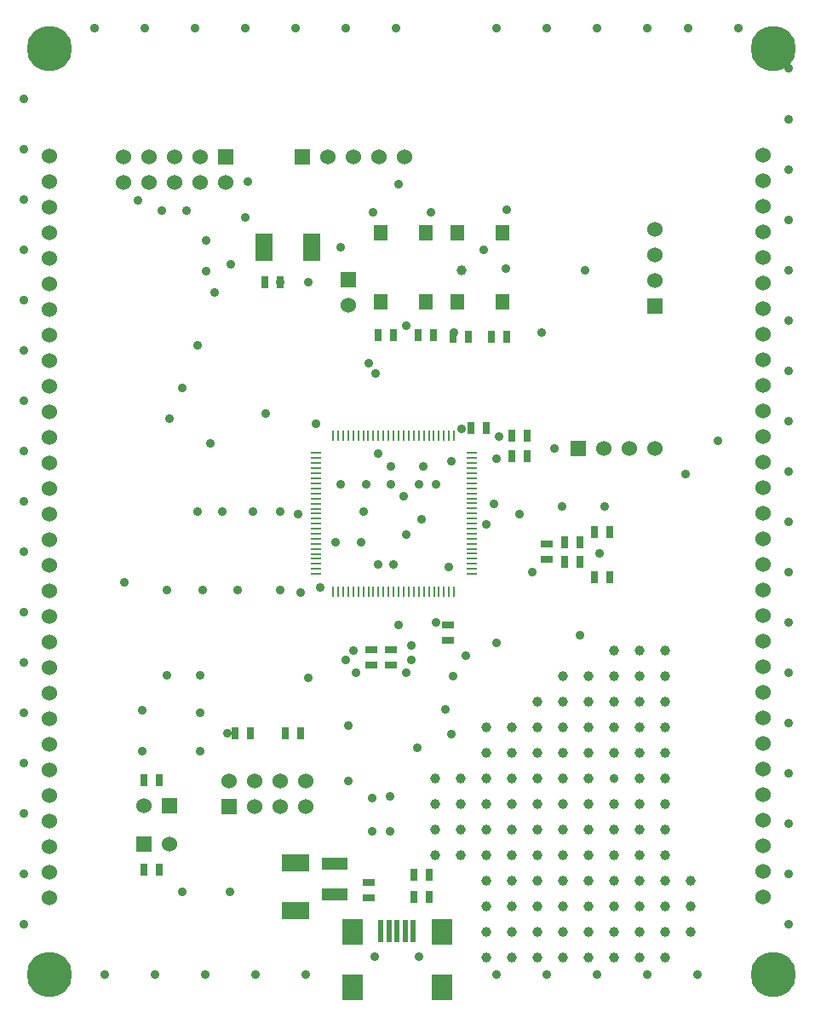
<source format=gts>
G04 (created by PCBNEW (2013-07-07 BZR 4022)-stable) date 2015/08/01 18:05:42*
%MOIN*%
G04 Gerber Fmt 3.4, Leading zero omitted, Abs format*
%FSLAX34Y34*%
G01*
G70*
G90*
G04 APERTURE LIST*
%ADD10C,0.00590551*%
%ADD11R,0.0197X0.0906*%
%ADD12R,0.0787X0.0984*%
%ADD13C,0.0354*%
%ADD14R,0.0551181X0.0590551*%
%ADD15R,0.0709X0.1063*%
%ADD16R,0.1063X0.0709*%
%ADD17R,0.1X0.05*%
%ADD18R,0.025X0.045*%
%ADD19R,0.045X0.025*%
%ADD20R,0.06X0.06*%
%ADD21C,0.06*%
%ADD22C,0.177165*%
%ADD23R,0.01X0.04*%
%ADD24R,0.04X0.01*%
%ADD25C,0.0393701*%
%ADD26C,0.035*%
G04 APERTURE END LIST*
G54D10*
G54D11*
X32873Y-43937D03*
X33188Y-43937D03*
X33503Y-43937D03*
X33818Y-43937D03*
X34133Y-43937D03*
G54D12*
X31751Y-43976D03*
X31751Y-46141D03*
X35255Y-43976D03*
X35255Y-46141D03*
G54D13*
X32637Y-44960D03*
X34369Y-44960D03*
G54D14*
X32874Y-16663D03*
X32874Y-19360D03*
X34645Y-19360D03*
X34645Y-16663D03*
X35866Y-16663D03*
X35866Y-19360D03*
X37637Y-19360D03*
X37637Y-16663D03*
G54D15*
X30177Y-17224D03*
X28287Y-17224D03*
G54D16*
X29527Y-41279D03*
X29527Y-43169D03*
G54D17*
X31062Y-41309D03*
X31062Y-42509D03*
G54D18*
X34345Y-20669D03*
X34945Y-20669D03*
X32770Y-20669D03*
X33370Y-20669D03*
X37180Y-20708D03*
X37780Y-20708D03*
X35684Y-20708D03*
X36284Y-20708D03*
X40054Y-28740D03*
X40654Y-28740D03*
X40054Y-29527D03*
X40654Y-29527D03*
G54D19*
X39370Y-29433D03*
X39370Y-28833D03*
G54D18*
X34748Y-41751D03*
X34148Y-41751D03*
X27160Y-36220D03*
X27760Y-36220D03*
X34748Y-42618D03*
X34148Y-42618D03*
G54D19*
X32401Y-42642D03*
X32401Y-42042D03*
G54D18*
X29129Y-36220D03*
X29729Y-36220D03*
X24200Y-41540D03*
X23600Y-41540D03*
G54D19*
X33267Y-32967D03*
X33267Y-33567D03*
X32480Y-32967D03*
X32480Y-33567D03*
G54D18*
X23600Y-38040D03*
X24200Y-38040D03*
X28341Y-18602D03*
X28941Y-18602D03*
G54D20*
X26803Y-13673D03*
G54D21*
X26803Y-14673D03*
X25803Y-13673D03*
X25803Y-14673D03*
X24803Y-13673D03*
X24803Y-14673D03*
X23803Y-13673D03*
X23803Y-14673D03*
X22803Y-13673D03*
X22803Y-14673D03*
G54D20*
X29791Y-13681D03*
G54D21*
X30791Y-13681D03*
X31791Y-13681D03*
X32791Y-13681D03*
X33791Y-13681D03*
G54D20*
X26944Y-39082D03*
G54D21*
X26944Y-38082D03*
X27944Y-39082D03*
X27944Y-38082D03*
X28944Y-39082D03*
X28944Y-38082D03*
X29944Y-39082D03*
X29944Y-38082D03*
G54D20*
X40600Y-25100D03*
G54D21*
X41600Y-25100D03*
X42600Y-25100D03*
X43600Y-25100D03*
G54D20*
X43602Y-19511D03*
G54D21*
X43602Y-18511D03*
X43602Y-17511D03*
X43602Y-16511D03*
X19881Y-13665D03*
X19881Y-14665D03*
X19881Y-23665D03*
X19881Y-16665D03*
X19881Y-25665D03*
X19881Y-18665D03*
X19881Y-27665D03*
X19881Y-20665D03*
X19881Y-29665D03*
X19881Y-22665D03*
X19881Y-31665D03*
X19881Y-24665D03*
X19881Y-33665D03*
X19881Y-26665D03*
X19881Y-35665D03*
X19881Y-28665D03*
X19881Y-37665D03*
X19881Y-30665D03*
X19881Y-39665D03*
X19881Y-32665D03*
X19881Y-34665D03*
X19881Y-36665D03*
X19881Y-38665D03*
X19881Y-40665D03*
X19881Y-15665D03*
X19881Y-17665D03*
X19881Y-19665D03*
X19881Y-21665D03*
X19881Y-41665D03*
X19881Y-42665D03*
X47834Y-42633D03*
X47834Y-41633D03*
X47834Y-32633D03*
X47834Y-39633D03*
X47834Y-30633D03*
X47834Y-37633D03*
X47834Y-28633D03*
X47834Y-35633D03*
X47834Y-26633D03*
X47834Y-33633D03*
X47834Y-24633D03*
X47834Y-31633D03*
X47834Y-22633D03*
X47834Y-29633D03*
X47834Y-20633D03*
X47834Y-27633D03*
X47834Y-18633D03*
X47834Y-25633D03*
X47834Y-16633D03*
X47834Y-23633D03*
X47834Y-21633D03*
X47834Y-19633D03*
X47834Y-17633D03*
X47834Y-15633D03*
X47834Y-40633D03*
X47834Y-38633D03*
X47834Y-36633D03*
X47834Y-34633D03*
X47834Y-14633D03*
X47834Y-13633D03*
G54D20*
X24600Y-39040D03*
G54D21*
X23600Y-39040D03*
G54D20*
X23600Y-40540D03*
G54D21*
X24600Y-40540D03*
G54D22*
X19881Y-9448D03*
X19881Y-45669D03*
X48228Y-9448D03*
X48228Y-45669D03*
G54D23*
X31008Y-24580D03*
X35728Y-24580D03*
X35528Y-24580D03*
X35338Y-24580D03*
X35138Y-24580D03*
X34938Y-24580D03*
X34748Y-24580D03*
X34548Y-24580D03*
X34348Y-24580D03*
X34158Y-24580D03*
X33958Y-24580D03*
X33758Y-24580D03*
X33558Y-24580D03*
X33368Y-24580D03*
X33168Y-24580D03*
X32968Y-24580D03*
X32778Y-24580D03*
X32578Y-24580D03*
X32378Y-24580D03*
X32188Y-24580D03*
X31988Y-24580D03*
X31788Y-24580D03*
X31598Y-24580D03*
X31398Y-24580D03*
X31198Y-24580D03*
G54D24*
X36418Y-25270D03*
X36418Y-29990D03*
X36418Y-29790D03*
X36418Y-29600D03*
X36418Y-29400D03*
X36418Y-29200D03*
X36418Y-29010D03*
X36418Y-28810D03*
X36418Y-28610D03*
X36418Y-28420D03*
X36418Y-28220D03*
X36418Y-28020D03*
X36418Y-27820D03*
X36418Y-27630D03*
X36418Y-27430D03*
X36418Y-27230D03*
X36418Y-27040D03*
X36418Y-26840D03*
X36418Y-26640D03*
X36418Y-26450D03*
X36418Y-26250D03*
X36418Y-26050D03*
X36418Y-25860D03*
X36418Y-25660D03*
X36418Y-25460D03*
X30318Y-25270D03*
X30318Y-25470D03*
X30318Y-25660D03*
X30318Y-25860D03*
X30318Y-26060D03*
X30318Y-26250D03*
X30318Y-26450D03*
X30318Y-26650D03*
X30318Y-26840D03*
X30318Y-27040D03*
X30318Y-27240D03*
X30318Y-27440D03*
X30318Y-27630D03*
X30318Y-27830D03*
X30318Y-28030D03*
X30318Y-28220D03*
X30318Y-28420D03*
X30318Y-28620D03*
X30318Y-28810D03*
X30318Y-29010D03*
X30318Y-29210D03*
X30318Y-29400D03*
X30318Y-29600D03*
X30318Y-29800D03*
X30318Y-29990D03*
G54D23*
X31008Y-30680D03*
X31208Y-30680D03*
X31398Y-30680D03*
X31598Y-30680D03*
X31798Y-30680D03*
X31988Y-30680D03*
X32188Y-30680D03*
X32388Y-30680D03*
X32578Y-30680D03*
X32778Y-30680D03*
X32978Y-30680D03*
X33178Y-30680D03*
X33368Y-30680D03*
X33568Y-30680D03*
X33768Y-30680D03*
X33958Y-30680D03*
X34158Y-30680D03*
X34358Y-30680D03*
X34548Y-30680D03*
X34748Y-30680D03*
X34948Y-30680D03*
X35138Y-30680D03*
X35338Y-30680D03*
X35538Y-30680D03*
X35728Y-30680D03*
G54D19*
X35500Y-32000D03*
X35500Y-32600D03*
G54D18*
X38000Y-25400D03*
X38600Y-25400D03*
X38000Y-24600D03*
X38600Y-24600D03*
X36400Y-24300D03*
X37000Y-24300D03*
G54D20*
X31594Y-18496D03*
G54D21*
X31594Y-19496D03*
G54D18*
X41835Y-30118D03*
X41235Y-30118D03*
X41835Y-28346D03*
X41235Y-28346D03*
G54D25*
X43000Y-33000D03*
X43000Y-35000D03*
X43000Y-34000D03*
X42000Y-33000D03*
X42000Y-34000D03*
X42000Y-35000D03*
X42000Y-36000D03*
X42000Y-37000D03*
G54D26*
X42000Y-38000D03*
G54D25*
X42000Y-39000D03*
X42000Y-40000D03*
X42000Y-41000D03*
X42000Y-42000D03*
X42000Y-43000D03*
X42000Y-44000D03*
X43000Y-44000D03*
X44000Y-44000D03*
X44000Y-43000D03*
X44000Y-42000D03*
X44000Y-41000D03*
X44000Y-40000D03*
X44000Y-39000D03*
X44000Y-38000D03*
X44000Y-37000D03*
X44000Y-36000D03*
X44000Y-35000D03*
X44000Y-34000D03*
X44000Y-33000D03*
X43000Y-42000D03*
X43000Y-43000D03*
X43000Y-41000D03*
X43000Y-40000D03*
X43000Y-39000D03*
X43000Y-38000D03*
X43000Y-37000D03*
X43000Y-36000D03*
X41000Y-36000D03*
X40000Y-36000D03*
X38000Y-37000D03*
X39000Y-37000D03*
X40000Y-37000D03*
X41000Y-37000D03*
X41000Y-38000D03*
X40000Y-38000D03*
X39000Y-38000D03*
X38000Y-38000D03*
X38000Y-39000D03*
X39000Y-39000D03*
X40000Y-39000D03*
X41000Y-39000D03*
X41000Y-40000D03*
X40000Y-40000D03*
X39000Y-40000D03*
X38000Y-40000D03*
X38000Y-41000D03*
X39000Y-41000D03*
X40000Y-41000D03*
X41000Y-41000D03*
X41000Y-42000D03*
X40000Y-42000D03*
X39000Y-42000D03*
X38000Y-42000D03*
X39000Y-43000D03*
X40000Y-43000D03*
X41000Y-43000D03*
X41000Y-44000D03*
X40000Y-44000D03*
X39000Y-44000D03*
X38000Y-43000D03*
X38000Y-44000D03*
X37000Y-44000D03*
X37000Y-43000D03*
X37000Y-42000D03*
X37000Y-41000D03*
X37000Y-40000D03*
X37000Y-39000D03*
X37000Y-38000D03*
X37000Y-37000D03*
X37000Y-36000D03*
X38000Y-36000D03*
X39000Y-36000D03*
X39000Y-35000D03*
X40000Y-35000D03*
X40000Y-34000D03*
X41000Y-35000D03*
X41000Y-34000D03*
X45000Y-42000D03*
X45000Y-43000D03*
X45000Y-44000D03*
G54D26*
X31299Y-17224D03*
X37401Y-25492D03*
X37500Y-24606D03*
X36023Y-24311D03*
X33562Y-14763D03*
X26377Y-18996D03*
X32578Y-15846D03*
X25688Y-21062D03*
X25098Y-22736D03*
X24606Y-23917D03*
X34055Y-32775D03*
X31791Y-32972D03*
X31496Y-33366D03*
X34055Y-33366D03*
X32677Y-22145D03*
X32381Y-21751D03*
X35728Y-20570D03*
X33858Y-20275D03*
X35866Y-16663D03*
G54D25*
X36023Y-18110D03*
G54D26*
X37755Y-18070D03*
X36909Y-17322D03*
X33858Y-33858D03*
X31889Y-33858D03*
X35039Y-31889D03*
X33228Y-38700D03*
X33228Y-40039D03*
X32519Y-40039D03*
X32519Y-38740D03*
X40649Y-32381D03*
X25098Y-42421D03*
X26968Y-42421D03*
X37007Y-28051D03*
X34448Y-27854D03*
X33759Y-26968D03*
X35400Y-35300D03*
X35700Y-34000D03*
X36200Y-33200D03*
X37400Y-32700D03*
X37303Y-27263D03*
G54D25*
X35000Y-37992D03*
X36000Y-38000D03*
X36000Y-39000D03*
X36000Y-40000D03*
X36000Y-41000D03*
X35000Y-41000D03*
X35000Y-40000D03*
X35000Y-39000D03*
G54D26*
X30314Y-24114D03*
X31594Y-35925D03*
X31594Y-38090D03*
X27263Y-30610D03*
X28937Y-30610D03*
X31102Y-28740D03*
X26870Y-36220D03*
X25787Y-33956D03*
X25787Y-35433D03*
X25787Y-36909D03*
X35039Y-26476D03*
X34350Y-26476D03*
X33267Y-26476D03*
X32283Y-26476D03*
X31299Y-26476D03*
X28937Y-27559D03*
X27854Y-27559D03*
X33858Y-28444D03*
X32086Y-28740D03*
X35629Y-25590D03*
X32775Y-25295D03*
X35531Y-29724D03*
X32775Y-29625D03*
X30511Y-30511D03*
X23523Y-36909D03*
X23523Y-35334D03*
X24507Y-33956D03*
X25688Y-27559D03*
X26673Y-27559D03*
X28346Y-23720D03*
X38287Y-27657D03*
X35629Y-36259D03*
X34291Y-36771D03*
X24291Y-15787D03*
X27007Y-17874D03*
X26023Y-18149D03*
X27559Y-16043D03*
X27657Y-14665D03*
X25275Y-15787D03*
X26023Y-16968D03*
X23346Y-15393D03*
X22834Y-30314D03*
G54D25*
X37000Y-45000D03*
X38000Y-45000D03*
X39000Y-45000D03*
X40000Y-45000D03*
X41000Y-45000D03*
X42000Y-45000D03*
X43000Y-45000D03*
X44000Y-45000D03*
G54D26*
X32185Y-27559D03*
X39173Y-20570D03*
X40846Y-18110D03*
X37795Y-15748D03*
X34842Y-15846D03*
X30019Y-18602D03*
X28941Y-18602D03*
X24507Y-30610D03*
X26181Y-24901D03*
X25885Y-30610D03*
X29724Y-30708D03*
X30019Y-34055D03*
X33562Y-31988D03*
X38779Y-29921D03*
X46062Y-24803D03*
X39665Y-25098D03*
X39960Y-27362D03*
X41633Y-27362D03*
X44783Y-26082D03*
X18897Y-43700D03*
X18897Y-41732D03*
X18897Y-39370D03*
X18897Y-37401D03*
X18897Y-35433D03*
X18897Y-33464D03*
X18897Y-31496D03*
X18897Y-29133D03*
X18897Y-27165D03*
X18897Y-25196D03*
X18897Y-23228D03*
X18897Y-21259D03*
X18897Y-19291D03*
X18897Y-17322D03*
X18897Y-15354D03*
X18897Y-13385D03*
X18897Y-11417D03*
X21653Y-8661D03*
X23622Y-8661D03*
X25590Y-8661D03*
X27559Y-8661D03*
X29527Y-8661D03*
X31496Y-8661D03*
X33464Y-8661D03*
X37401Y-8661D03*
X39370Y-8661D03*
X41338Y-8661D03*
X43307Y-8661D03*
X44881Y-8661D03*
X46850Y-8661D03*
X48818Y-10236D03*
X48818Y-12204D03*
X48818Y-14173D03*
X48818Y-16141D03*
X48818Y-18110D03*
X48818Y-20078D03*
X48818Y-22047D03*
X48818Y-24015D03*
X48818Y-25984D03*
X48818Y-27952D03*
X48818Y-29921D03*
X48818Y-31889D03*
X48818Y-33858D03*
X48818Y-35826D03*
X48818Y-37795D03*
X48818Y-39763D03*
X48818Y-41732D03*
X48818Y-43700D03*
X37401Y-45669D03*
X39370Y-45669D03*
X41338Y-45669D03*
X43307Y-45669D03*
X45275Y-45669D03*
X29921Y-45669D03*
X27952Y-45669D03*
X25984Y-45669D03*
X24015Y-45669D03*
X22047Y-45669D03*
X33272Y-25787D03*
X34542Y-25787D03*
X41417Y-29173D03*
X29625Y-27657D03*
X33366Y-29625D03*
M02*

</source>
